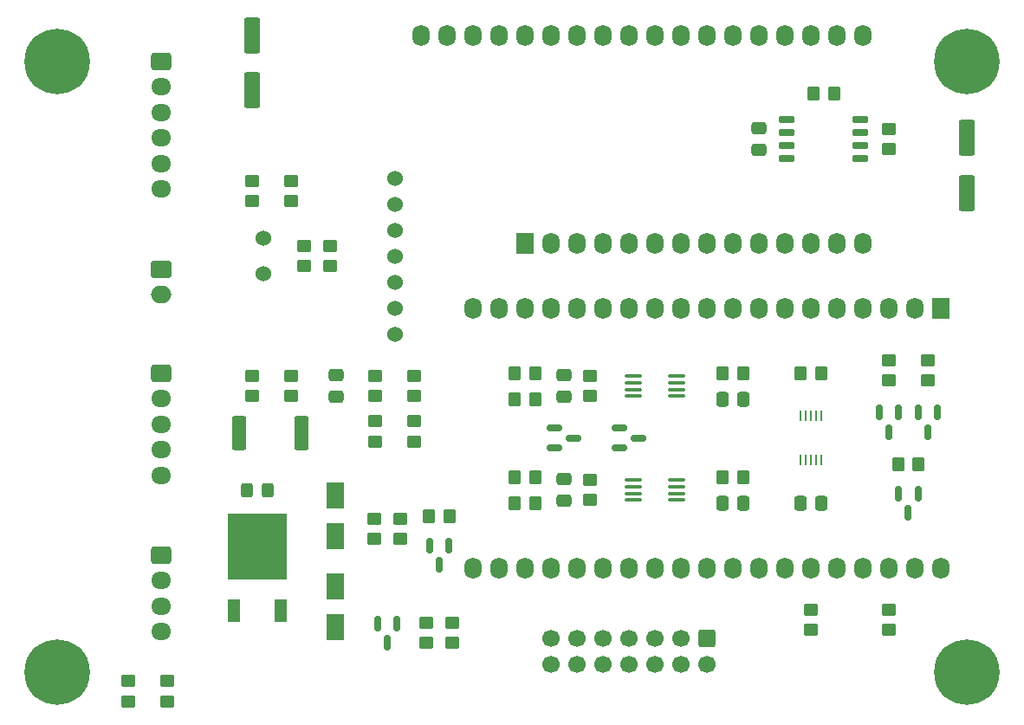
<source format=gts>
G04 #@! TF.GenerationSoftware,KiCad,Pcbnew,(6.0.9)*
G04 #@! TF.CreationDate,2022-11-19T16:36:08+01:00*
G04 #@! TF.ProjectId,IoT12 Control Board,496f5431-3220-4436-9f6e-74726f6c2042,V2.2*
G04 #@! TF.SameCoordinates,Original*
G04 #@! TF.FileFunction,Soldermask,Top*
G04 #@! TF.FilePolarity,Negative*
%FSLAX46Y46*%
G04 Gerber Fmt 4.6, Leading zero omitted, Abs format (unit mm)*
G04 Created by KiCad (PCBNEW (6.0.9)) date 2022-11-19 16:36:08*
%MOMM*%
%LPD*%
G01*
G04 APERTURE LIST*
G04 Aperture macros list*
%AMRoundRect*
0 Rectangle with rounded corners*
0 $1 Rounding radius*
0 $2 $3 $4 $5 $6 $7 $8 $9 X,Y pos of 4 corners*
0 Add a 4 corners polygon primitive as box body*
4,1,4,$2,$3,$4,$5,$6,$7,$8,$9,$2,$3,0*
0 Add four circle primitives for the rounded corners*
1,1,$1+$1,$2,$3*
1,1,$1+$1,$4,$5*
1,1,$1+$1,$6,$7*
1,1,$1+$1,$8,$9*
0 Add four rect primitives between the rounded corners*
20,1,$1+$1,$2,$3,$4,$5,0*
20,1,$1+$1,$4,$5,$6,$7,0*
20,1,$1+$1,$6,$7,$8,$9,0*
20,1,$1+$1,$8,$9,$2,$3,0*%
G04 Aperture macros list end*
%ADD10RoundRect,0.250000X0.550000X-1.500000X0.550000X1.500000X-0.550000X1.500000X-0.550000X-1.500000X0*%
%ADD11RoundRect,0.250000X0.350000X0.450000X-0.350000X0.450000X-0.350000X-0.450000X0.350000X-0.450000X0*%
%ADD12RoundRect,0.250000X0.450000X-0.350000X0.450000X0.350000X-0.450000X0.350000X-0.450000X-0.350000X0*%
%ADD13RoundRect,0.250000X0.475000X-0.337500X0.475000X0.337500X-0.475000X0.337500X-0.475000X-0.337500X0*%
%ADD14C,1.524000*%
%ADD15RoundRect,0.250000X-0.337500X-0.475000X0.337500X-0.475000X0.337500X0.475000X-0.337500X0.475000X0*%
%ADD16RoundRect,0.150000X-0.587500X-0.150000X0.587500X-0.150000X0.587500X0.150000X-0.587500X0.150000X0*%
%ADD17R,1.800000X2.500000*%
%ADD18RoundRect,0.150000X-0.150000X0.587500X-0.150000X-0.587500X0.150000X-0.587500X0.150000X0.587500X0*%
%ADD19RoundRect,0.250000X-0.325000X-0.450000X0.325000X-0.450000X0.325000X0.450000X-0.325000X0.450000X0*%
%ADD20C,0.800000*%
%ADD21C,6.400000*%
%ADD22R,1.200000X2.200000*%
%ADD23R,5.800000X6.400000*%
%ADD24RoundRect,0.249999X-0.450001X-1.425001X0.450001X-1.425001X0.450001X1.425001X-0.450001X1.425001X0*%
%ADD25RoundRect,0.250000X-0.350000X-0.450000X0.350000X-0.450000X0.350000X0.450000X-0.350000X0.450000X0*%
%ADD26RoundRect,0.250000X-0.450000X0.350000X-0.450000X-0.350000X0.450000X-0.350000X0.450000X0.350000X0*%
%ADD27R,0.250000X1.100000*%
%ADD28RoundRect,0.100000X-0.712500X-0.100000X0.712500X-0.100000X0.712500X0.100000X-0.712500X0.100000X0*%
%ADD29O,1.700000X2.100000*%
%ADD30R,1.700000X2.100000*%
%ADD31RoundRect,0.150000X0.650000X0.150000X-0.650000X0.150000X-0.650000X-0.150000X0.650000X-0.150000X0*%
%ADD32RoundRect,0.250000X-0.725000X0.600000X-0.725000X-0.600000X0.725000X-0.600000X0.725000X0.600000X0*%
%ADD33O,1.950000X1.700000*%
%ADD34RoundRect,0.250000X-0.750000X0.600000X-0.750000X-0.600000X0.750000X-0.600000X0.750000X0.600000X0*%
%ADD35O,2.000000X1.700000*%
%ADD36RoundRect,0.250000X-0.600000X0.600000X-0.600000X-0.600000X0.600000X-0.600000X0.600000X0.600000X0*%
%ADD37C,1.700000*%
G04 APERTURE END LIST*
D10*
X120650000Y-70170000D03*
X120650000Y-64770000D03*
D11*
X177530000Y-70485000D03*
X175530000Y-70485000D03*
D12*
X182880000Y-75930000D03*
X182880000Y-73930000D03*
D13*
X170180000Y-75967500D03*
X170180000Y-73892500D03*
D14*
X134620000Y-93980000D03*
X134620000Y-91440000D03*
X134620000Y-88900000D03*
X134620000Y-86360000D03*
X134620000Y-83820000D03*
X134620000Y-81280000D03*
X134620000Y-78740000D03*
X121750000Y-88110000D03*
X121750000Y-84610000D03*
D13*
X128905000Y-100097500D03*
X128905000Y-98022500D03*
X151130000Y-110257500D03*
X151130000Y-108182500D03*
X151130000Y-100097500D03*
X151130000Y-98022500D03*
D15*
X166602500Y-110490000D03*
X168677500Y-110490000D03*
X166602500Y-100330000D03*
X168677500Y-100330000D03*
X174222500Y-110490000D03*
X176297500Y-110490000D03*
D10*
X190500000Y-80170000D03*
X190500000Y-74770000D03*
D16*
X156542500Y-103190000D03*
X156542500Y-105090000D03*
X158417500Y-104140000D03*
X150192500Y-103190000D03*
X150192500Y-105090000D03*
X152067500Y-104140000D03*
D17*
X128805000Y-122650000D03*
X128805000Y-118650000D03*
X128805000Y-113760000D03*
X128805000Y-109760000D03*
D18*
X134835000Y-122252500D03*
X132935000Y-122252500D03*
X133885000Y-124127500D03*
D19*
X120160000Y-109220000D03*
X122210000Y-109220000D03*
D20*
X192197056Y-125302944D03*
D21*
X190500000Y-127000000D03*
D20*
X192900000Y-127000000D03*
X188100000Y-127000000D03*
X190500000Y-124600000D03*
X190500000Y-129400000D03*
X188802944Y-125302944D03*
X192197056Y-128697056D03*
X188802944Y-128697056D03*
X192197056Y-69007056D03*
X188802944Y-69007056D03*
X188100000Y-67310000D03*
X190500000Y-64910000D03*
X190500000Y-69710000D03*
X188802944Y-65612944D03*
X192900000Y-67310000D03*
D21*
X190500000Y-67310000D03*
D20*
X192197056Y-65612944D03*
X101600000Y-129400000D03*
X103297056Y-125302944D03*
X99902944Y-128697056D03*
X99902944Y-125302944D03*
X103297056Y-128697056D03*
X99200000Y-127000000D03*
X101600000Y-124600000D03*
D21*
X101600000Y-127000000D03*
D20*
X104000000Y-127000000D03*
X101600000Y-64910000D03*
X103297056Y-69007056D03*
X99200000Y-67310000D03*
X99902944Y-69007056D03*
X104000000Y-67310000D03*
X101600000Y-69710000D03*
D21*
X101600000Y-67310000D03*
D20*
X99902944Y-65612944D03*
X103297056Y-65612944D03*
D18*
X139915000Y-114632500D03*
X138015000Y-114632500D03*
X138965000Y-116507500D03*
D22*
X118905000Y-121040000D03*
D23*
X121185000Y-114740000D03*
D22*
X123465000Y-121040000D03*
D24*
X119380000Y-103630000D03*
X125480000Y-103630000D03*
D25*
X166640000Y-107950000D03*
X168640000Y-107950000D03*
D12*
X153670000Y-110220000D03*
X153670000Y-108220000D03*
X153670000Y-100060000D03*
X153670000Y-98060000D03*
X140235000Y-124190000D03*
X140235000Y-122190000D03*
D11*
X139965000Y-111760000D03*
X137965000Y-111760000D03*
D25*
X174260000Y-97790000D03*
X176260000Y-97790000D03*
D12*
X136525000Y-104505000D03*
X136525000Y-102505000D03*
D26*
X182880000Y-120920000D03*
X182880000Y-122920000D03*
X175260000Y-120920000D03*
X175260000Y-122920000D03*
X132615000Y-112030000D03*
X132615000Y-114030000D03*
D11*
X148320000Y-110490000D03*
X146320000Y-110490000D03*
X148320000Y-107950000D03*
X146320000Y-107950000D03*
X148320000Y-100330000D03*
X146320000Y-100330000D03*
X148320000Y-97790000D03*
X146320000Y-97790000D03*
D26*
X136525000Y-98060000D03*
X136525000Y-100060000D03*
X135155000Y-112030000D03*
X135155000Y-114030000D03*
X128270000Y-85360000D03*
X128270000Y-87360000D03*
X132715000Y-98060000D03*
X132715000Y-100060000D03*
D12*
X124460000Y-100060000D03*
X124460000Y-98060000D03*
X120650000Y-100060000D03*
X120650000Y-98060000D03*
D27*
X176260000Y-101990000D03*
X175760000Y-101990000D03*
X175260000Y-101990000D03*
X174760000Y-101990000D03*
X174260000Y-101990000D03*
X174260000Y-106290000D03*
X174760000Y-106290000D03*
X175260000Y-106290000D03*
X175760000Y-106290000D03*
X176260000Y-106290000D03*
D28*
X157907500Y-108245000D03*
X157907500Y-108895000D03*
X157907500Y-109545000D03*
X157907500Y-110195000D03*
X162132500Y-110195000D03*
X162132500Y-109545000D03*
X162132500Y-108895000D03*
X162132500Y-108245000D03*
X157907500Y-98085000D03*
X157907500Y-98735000D03*
X157907500Y-99385000D03*
X157907500Y-100035000D03*
X162132500Y-100035000D03*
X162132500Y-99385000D03*
X162132500Y-98735000D03*
X162132500Y-98085000D03*
D12*
X137695000Y-122190000D03*
X137695000Y-124190000D03*
D29*
X187960000Y-116840000D03*
X185420000Y-116840000D03*
X182880000Y-116840000D03*
X180340000Y-116840000D03*
X177800000Y-116840000D03*
X175260000Y-116840000D03*
X172720000Y-116840000D03*
X170180000Y-116840000D03*
X167640000Y-116840000D03*
X165100000Y-116840000D03*
X162560000Y-116840000D03*
X160020000Y-116840000D03*
X157480000Y-116840000D03*
X154940000Y-116840000D03*
X152400000Y-116840000D03*
X149860000Y-116840000D03*
X147320000Y-116840000D03*
X144780000Y-116840000D03*
X142240000Y-116840000D03*
X142240000Y-91440000D03*
X144780000Y-91440000D03*
X147320000Y-91440000D03*
X149860000Y-91440000D03*
X152400000Y-91440000D03*
X154940000Y-91440000D03*
X157480000Y-91440000D03*
X160020000Y-91440000D03*
X162560000Y-91440000D03*
X165100000Y-91440000D03*
X167640000Y-91440000D03*
X170180000Y-91440000D03*
X172720000Y-91440000D03*
X175260000Y-91440000D03*
X177800000Y-91440000D03*
X180340000Y-91440000D03*
X182880000Y-91440000D03*
X185420000Y-91440000D03*
D30*
X187960000Y-91440000D03*
D18*
X183830000Y-101662500D03*
X181930000Y-101662500D03*
X182880000Y-103537500D03*
D12*
X182880000Y-96520000D03*
X182880000Y-98520000D03*
D18*
X185735000Y-109552500D03*
X183835000Y-109552500D03*
X184785000Y-111427500D03*
D25*
X183785000Y-106680000D03*
X185785000Y-106680000D03*
X166640000Y-97790000D03*
X168640000Y-97790000D03*
D26*
X125730000Y-85360000D03*
X125730000Y-87360000D03*
D31*
X180130000Y-76835000D03*
X180130000Y-75565000D03*
X180130000Y-74295000D03*
X180130000Y-73025000D03*
X172930000Y-73025000D03*
X172930000Y-74295000D03*
X172930000Y-75565000D03*
X172930000Y-76835000D03*
D32*
X111760000Y-97790000D03*
D33*
X111760000Y-100290000D03*
X111760000Y-102790000D03*
X111760000Y-105290000D03*
X111760000Y-107790000D03*
D34*
X111760000Y-87630000D03*
D35*
X111760000Y-90130000D03*
D12*
X186690000Y-96520000D03*
X186690000Y-98520000D03*
D26*
X124460000Y-79010000D03*
X124460000Y-81010000D03*
X132715000Y-102505000D03*
X132715000Y-104505000D03*
D12*
X112395000Y-129905000D03*
X112395000Y-127905000D03*
D26*
X120650000Y-79010000D03*
X120650000Y-81010000D03*
D30*
X147320000Y-85090000D03*
D29*
X149860000Y-85090000D03*
X152400000Y-85090000D03*
X154940000Y-85090000D03*
X157480000Y-85090000D03*
X160020000Y-85090000D03*
X162560000Y-85090000D03*
X165100000Y-85090000D03*
X167640000Y-85090000D03*
X170180000Y-85090000D03*
X172720000Y-85090000D03*
X175260000Y-85090000D03*
X177800000Y-85090000D03*
X180340000Y-85090000D03*
X180340000Y-64770000D03*
X177800000Y-64770000D03*
X175260000Y-64770000D03*
X172720000Y-64770000D03*
X170180000Y-64770000D03*
X167640000Y-64770000D03*
X165100000Y-64770000D03*
X162560000Y-64770000D03*
X160020000Y-64770000D03*
X157480000Y-64770000D03*
X154940000Y-64770000D03*
X152400000Y-64770000D03*
X149860000Y-64770000D03*
X147320000Y-64770000D03*
X144780000Y-64770000D03*
X142240000Y-64770000D03*
X139700000Y-64770000D03*
X137160000Y-64770000D03*
D32*
X111760000Y-67310000D03*
D33*
X111760000Y-69810000D03*
X111760000Y-72310000D03*
X111760000Y-74810000D03*
X111760000Y-77310000D03*
X111760000Y-79810000D03*
D36*
X165100000Y-123707500D03*
D37*
X165100000Y-126247500D03*
X162560000Y-123707500D03*
X162560000Y-126247500D03*
X160020000Y-123707500D03*
X160020000Y-126247500D03*
X157480000Y-123707500D03*
X157480000Y-126247500D03*
X154940000Y-123707500D03*
X154940000Y-126247500D03*
X152400000Y-123707500D03*
X152400000Y-126247500D03*
X149860000Y-123707500D03*
X149860000Y-126247500D03*
D32*
X111760000Y-115570000D03*
D33*
X111760000Y-118070000D03*
X111760000Y-120570000D03*
X111760000Y-123070000D03*
D18*
X187640000Y-101662500D03*
X185740000Y-101662500D03*
X186690000Y-103537500D03*
D26*
X108585000Y-127905000D03*
X108585000Y-129905000D03*
M02*

</source>
